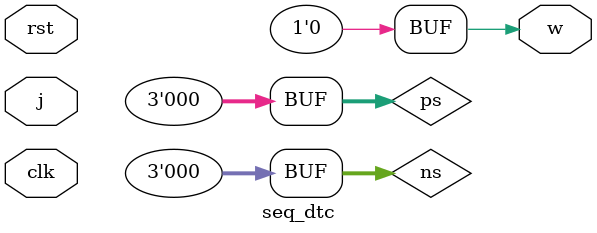
<source format=v>
module seq_dtc(input clk , rst , j , output w);
    parameter[2:0] A = 3'b000, B = 3'b001 , C = 3'b010 , D = 3'b011 , E = 3'b100 ,
    F = 3'b101 , G = 3'b110 , H = 3'b111;
    reg [2:0] ps , ns;

    always @(j , ps) begin
        ns = A;
        case(ps)
            A : ns = j ? A : B;
            B : ns = j ? C : B;
            C : ns = j ? D : B;
            D : ns = j ? E : B;
            E : ns = j ? F : B;
            F : ns = j ? G : B;
            G : ns = j ? A : H;
            H : ns = j ? C : B;
            default : ps = A;
        endcase
    end

    assign w = (ps == H) ? 1:0;

    always @(posedge clk ,posedge rst) begin
        if(rst) 
            ps <= 3'b0;
        else 
            ps <= ns;
    end

endmodule
</source>
